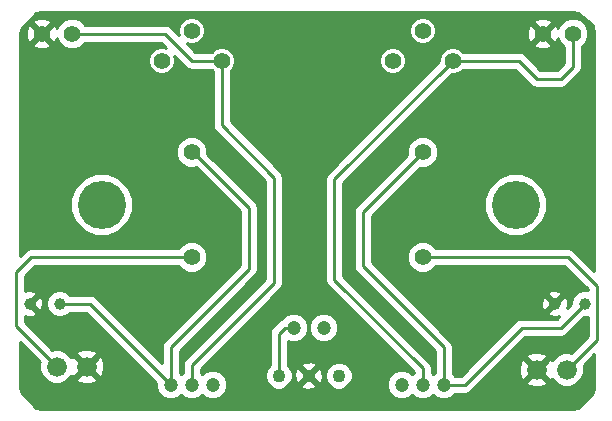
<source format=gtl>
G04 (created by PCBNEW (22-Jun-2014 BZR 4027)-stable) date Tue 12 Jul 2016 21:22:19 BST*
%MOIN*%
G04 Gerber Fmt 3.4, Leading zero omitted, Abs format*
%FSLAX34Y34*%
G01*
G70*
G90*
G04 APERTURE LIST*
%ADD10C,0.00590551*%
%ADD11C,0.055*%
%ADD12C,0.0433071*%
%ADD13C,0.16*%
%ADD14C,0.0472441*%
%ADD15C,0.066*%
%ADD16C,0.0393701*%
%ADD17C,0.0551181*%
%ADD18C,0.01*%
G04 APERTURE END LIST*
G54D10*
G54D11*
X116900Y-69500D03*
X117900Y-69500D03*
X100200Y-69500D03*
X101200Y-69500D03*
G54D12*
X109100Y-80900D03*
X108100Y-80900D03*
X110100Y-80900D03*
G54D13*
X102200Y-75200D03*
X116000Y-75200D03*
G54D14*
X108600Y-79300D03*
X109600Y-79300D03*
G54D11*
X105200Y-73450D03*
X105200Y-76950D03*
X112900Y-73450D03*
X112900Y-76950D03*
G54D15*
X100700Y-80600D03*
X101700Y-80600D03*
X117700Y-80700D03*
X116700Y-80700D03*
G54D16*
X117300Y-78500D03*
X118300Y-78500D03*
X99800Y-78500D03*
X100800Y-78500D03*
G54D14*
X112200Y-81200D03*
X112900Y-81200D03*
X113600Y-81200D03*
X105900Y-81200D03*
X105200Y-81200D03*
X104500Y-81200D03*
G54D17*
X111900Y-70400D03*
X112900Y-69400D03*
X113900Y-70400D03*
X104200Y-70400D03*
X105200Y-69400D03*
X106200Y-70400D03*
G54D18*
X112900Y-81200D02*
X112900Y-80650D01*
X112900Y-80650D02*
X109950Y-77700D01*
X117900Y-70600D02*
X117900Y-69500D01*
X117500Y-71000D02*
X117900Y-70600D01*
X116700Y-71000D02*
X117500Y-71000D01*
X109950Y-77700D02*
X109950Y-74350D01*
X116100Y-70400D02*
X116700Y-71000D01*
X109950Y-74350D02*
X113900Y-70400D01*
X113900Y-70400D02*
X116100Y-70400D01*
X108600Y-79300D02*
X108300Y-79300D01*
X108100Y-79500D02*
X108100Y-80900D01*
X108300Y-79300D02*
X108100Y-79500D01*
X106200Y-72550D02*
X106200Y-70400D01*
X107950Y-74300D02*
X106200Y-72550D01*
X107950Y-77800D02*
X107950Y-74300D01*
X106200Y-70400D02*
X105200Y-70400D01*
X105200Y-70400D02*
X104300Y-69500D01*
X105200Y-80550D02*
X107950Y-77800D01*
X105200Y-81200D02*
X105200Y-80550D01*
X104300Y-69500D02*
X101200Y-69500D01*
X105200Y-73450D02*
X105250Y-73450D01*
X104500Y-79950D02*
X104500Y-81200D01*
X107100Y-77350D02*
X104500Y-79950D01*
X107100Y-75300D02*
X107100Y-77350D01*
X105250Y-73450D02*
X107100Y-75300D01*
X100800Y-78500D02*
X101800Y-78500D01*
X101800Y-78500D02*
X104500Y-81200D01*
X105200Y-76950D02*
X99850Y-76950D01*
X99350Y-79250D02*
X100700Y-80600D01*
X99350Y-77450D02*
X99350Y-79250D01*
X99850Y-76950D02*
X99350Y-77450D01*
X112900Y-76950D02*
X117750Y-76950D01*
X117750Y-76950D02*
X118700Y-77900D01*
X118700Y-77900D02*
X118700Y-79700D01*
X118700Y-79700D02*
X117700Y-80700D01*
X113600Y-81200D02*
X113600Y-79950D01*
X110900Y-75450D02*
X112900Y-73450D01*
X110900Y-77250D02*
X110900Y-75450D01*
X113600Y-79950D02*
X110900Y-77250D01*
X113600Y-81200D02*
X114300Y-81200D01*
X117500Y-79300D02*
X118300Y-78500D01*
X116200Y-79300D02*
X117500Y-79300D01*
X114300Y-81200D02*
X116200Y-79300D01*
G54D10*
G36*
X118630Y-81271D02*
X118586Y-81492D01*
X118092Y-81987D01*
X117873Y-82030D01*
X117036Y-82030D01*
X117036Y-81107D01*
X116700Y-80770D01*
X116629Y-80841D01*
X116629Y-80700D01*
X116292Y-80363D01*
X116193Y-80394D01*
X116115Y-80611D01*
X116125Y-80841D01*
X116193Y-81005D01*
X116292Y-81036D01*
X116629Y-80700D01*
X116629Y-80841D01*
X116363Y-81107D01*
X116394Y-81206D01*
X116611Y-81284D01*
X116841Y-81274D01*
X117005Y-81206D01*
X117036Y-81107D01*
X117036Y-82030D01*
X110566Y-82030D01*
X110566Y-80807D01*
X110495Y-80636D01*
X110364Y-80504D01*
X110193Y-80433D01*
X110086Y-80433D01*
X110086Y-79203D01*
X110012Y-79024D01*
X109875Y-78888D01*
X109697Y-78813D01*
X109503Y-78813D01*
X109324Y-78887D01*
X109188Y-79024D01*
X109113Y-79202D01*
X109113Y-79396D01*
X109187Y-79575D01*
X109324Y-79711D01*
X109502Y-79786D01*
X109696Y-79786D01*
X109875Y-79712D01*
X110011Y-79575D01*
X110086Y-79397D01*
X110086Y-79203D01*
X110086Y-80433D01*
X110007Y-80433D01*
X109836Y-80504D01*
X109704Y-80635D01*
X109633Y-80806D01*
X109633Y-80992D01*
X109704Y-81163D01*
X109835Y-81295D01*
X110006Y-81366D01*
X110192Y-81366D01*
X110363Y-81295D01*
X110495Y-81164D01*
X110566Y-80993D01*
X110566Y-80807D01*
X110566Y-82030D01*
X109571Y-82030D01*
X109571Y-80961D01*
X109559Y-80776D01*
X109512Y-80662D01*
X109425Y-80645D01*
X109354Y-80716D01*
X109354Y-80574D01*
X109337Y-80487D01*
X109161Y-80428D01*
X109086Y-80433D01*
X109086Y-79203D01*
X109012Y-79024D01*
X108875Y-78888D01*
X108697Y-78813D01*
X108503Y-78813D01*
X108324Y-78887D01*
X108250Y-78962D01*
X108250Y-77800D01*
X108250Y-74300D01*
X108227Y-74185D01*
X108162Y-74087D01*
X108162Y-74087D01*
X106500Y-72425D01*
X106500Y-70731D01*
X106578Y-70653D01*
X106646Y-70489D01*
X106646Y-70311D01*
X106579Y-70147D01*
X106453Y-70021D01*
X106289Y-69953D01*
X106111Y-69953D01*
X105947Y-70020D01*
X105868Y-70100D01*
X105324Y-70100D01*
X105042Y-69818D01*
X105110Y-69846D01*
X105288Y-69846D01*
X105452Y-69779D01*
X105578Y-69653D01*
X105646Y-69489D01*
X105646Y-69311D01*
X105579Y-69147D01*
X105453Y-69021D01*
X105289Y-68953D01*
X105111Y-68953D01*
X104947Y-69020D01*
X104821Y-69146D01*
X104753Y-69310D01*
X104753Y-69488D01*
X104781Y-69557D01*
X104512Y-69287D01*
X104414Y-69222D01*
X104300Y-69200D01*
X101642Y-69200D01*
X101497Y-69055D01*
X101304Y-68975D01*
X101096Y-68974D01*
X100903Y-69054D01*
X100755Y-69202D01*
X100702Y-69328D01*
X100660Y-69227D01*
X100567Y-69202D01*
X100497Y-69273D01*
X100497Y-69132D01*
X100472Y-69039D01*
X100275Y-68970D01*
X100067Y-68981D01*
X99927Y-69039D01*
X99902Y-69132D01*
X100200Y-69429D01*
X100497Y-69132D01*
X100497Y-69273D01*
X100270Y-69500D01*
X100567Y-69797D01*
X100660Y-69772D01*
X100699Y-69662D01*
X100754Y-69797D01*
X100902Y-69944D01*
X101095Y-70024D01*
X101303Y-70025D01*
X101497Y-69945D01*
X101642Y-69800D01*
X104175Y-69800D01*
X104357Y-69981D01*
X104289Y-69953D01*
X104111Y-69953D01*
X103947Y-70020D01*
X103821Y-70146D01*
X103753Y-70310D01*
X103753Y-70488D01*
X103820Y-70652D01*
X103946Y-70778D01*
X104110Y-70846D01*
X104288Y-70846D01*
X104452Y-70779D01*
X104578Y-70653D01*
X104646Y-70489D01*
X104646Y-70311D01*
X104618Y-70242D01*
X104987Y-70612D01*
X104987Y-70612D01*
X105085Y-70677D01*
X105200Y-70700D01*
X105868Y-70700D01*
X105900Y-70731D01*
X105900Y-72550D01*
X105922Y-72664D01*
X105987Y-72762D01*
X107650Y-74424D01*
X107650Y-77675D01*
X104987Y-80337D01*
X104922Y-80435D01*
X104900Y-80550D01*
X104900Y-80812D01*
X104849Y-80862D01*
X104800Y-80812D01*
X104800Y-80074D01*
X107312Y-77562D01*
X107312Y-77562D01*
X107377Y-77464D01*
X107399Y-77350D01*
X107400Y-77350D01*
X107400Y-75300D01*
X107377Y-75185D01*
X107312Y-75087D01*
X107312Y-75087D01*
X105724Y-73500D01*
X105725Y-73346D01*
X105645Y-73153D01*
X105497Y-73005D01*
X105304Y-72925D01*
X105096Y-72924D01*
X104903Y-73004D01*
X104755Y-73152D01*
X104675Y-73345D01*
X104674Y-73553D01*
X104754Y-73747D01*
X104902Y-73894D01*
X105095Y-73974D01*
X105303Y-73975D01*
X105337Y-73961D01*
X106800Y-75424D01*
X106800Y-77225D01*
X104287Y-79737D01*
X104222Y-79835D01*
X104200Y-79950D01*
X104200Y-80475D01*
X102012Y-78287D01*
X101914Y-78222D01*
X101800Y-78200D01*
X101131Y-78200D01*
X101053Y-78121D01*
X100889Y-78053D01*
X100711Y-78053D01*
X100547Y-78120D01*
X100421Y-78246D01*
X100353Y-78410D01*
X100353Y-78588D01*
X100420Y-78752D01*
X100546Y-78878D01*
X100710Y-78946D01*
X100888Y-78946D01*
X101052Y-78879D01*
X101131Y-78800D01*
X101675Y-78800D01*
X104013Y-81138D01*
X104013Y-81296D01*
X104087Y-81475D01*
X104224Y-81611D01*
X104402Y-81686D01*
X104596Y-81686D01*
X104775Y-81612D01*
X104850Y-81537D01*
X104924Y-81611D01*
X105102Y-81686D01*
X105296Y-81686D01*
X105475Y-81612D01*
X105550Y-81537D01*
X105624Y-81611D01*
X105802Y-81686D01*
X105996Y-81686D01*
X106175Y-81612D01*
X106311Y-81475D01*
X106386Y-81297D01*
X106386Y-81103D01*
X106312Y-80924D01*
X106175Y-80788D01*
X105997Y-80713D01*
X105803Y-80713D01*
X105624Y-80787D01*
X105549Y-80862D01*
X105500Y-80812D01*
X105500Y-80674D01*
X108162Y-78012D01*
X108162Y-78012D01*
X108227Y-77914D01*
X108249Y-77800D01*
X108250Y-77800D01*
X108250Y-78962D01*
X108190Y-79021D01*
X108185Y-79022D01*
X108087Y-79087D01*
X107887Y-79287D01*
X107822Y-79385D01*
X107800Y-79500D01*
X107800Y-80540D01*
X107704Y-80635D01*
X107633Y-80806D01*
X107633Y-80992D01*
X107704Y-81163D01*
X107835Y-81295D01*
X108006Y-81366D01*
X108192Y-81366D01*
X108363Y-81295D01*
X108495Y-81164D01*
X108566Y-80993D01*
X108566Y-80807D01*
X108495Y-80636D01*
X108400Y-80540D01*
X108400Y-79743D01*
X108502Y-79786D01*
X108696Y-79786D01*
X108875Y-79712D01*
X109011Y-79575D01*
X109086Y-79397D01*
X109086Y-79203D01*
X109086Y-80433D01*
X108976Y-80440D01*
X108862Y-80487D01*
X108845Y-80574D01*
X109100Y-80829D01*
X109354Y-80574D01*
X109354Y-80716D01*
X109170Y-80900D01*
X109425Y-81154D01*
X109512Y-81137D01*
X109571Y-80961D01*
X109571Y-82030D01*
X109354Y-82030D01*
X109354Y-81225D01*
X109100Y-80970D01*
X109029Y-81041D01*
X109029Y-80900D01*
X108774Y-80645D01*
X108687Y-80662D01*
X108628Y-80838D01*
X108640Y-81023D01*
X108687Y-81137D01*
X108774Y-81154D01*
X109029Y-80900D01*
X109029Y-81041D01*
X108845Y-81225D01*
X108862Y-81312D01*
X109038Y-81371D01*
X109223Y-81359D01*
X109337Y-81312D01*
X109354Y-81225D01*
X109354Y-82030D01*
X102284Y-82030D01*
X102284Y-80688D01*
X102274Y-80458D01*
X102206Y-80294D01*
X102107Y-80263D01*
X102036Y-80333D01*
X102036Y-80192D01*
X102005Y-80093D01*
X101788Y-80015D01*
X101558Y-80025D01*
X101394Y-80093D01*
X101363Y-80192D01*
X101700Y-80529D01*
X102036Y-80192D01*
X102036Y-80333D01*
X101770Y-80600D01*
X102107Y-80936D01*
X102206Y-80905D01*
X102284Y-80688D01*
X102284Y-82030D01*
X102036Y-82030D01*
X102036Y-81007D01*
X101700Y-80670D01*
X101363Y-81007D01*
X101394Y-81106D01*
X101611Y-81184D01*
X101841Y-81174D01*
X102005Y-81106D01*
X102036Y-81007D01*
X102036Y-82030D01*
X100228Y-82030D01*
X100019Y-81988D01*
X99503Y-81442D01*
X99469Y-81273D01*
X99469Y-79793D01*
X100131Y-80456D01*
X100120Y-80484D01*
X100119Y-80714D01*
X100208Y-80928D01*
X100371Y-81091D01*
X100584Y-81179D01*
X100814Y-81180D01*
X101028Y-81091D01*
X101191Y-80928D01*
X101200Y-80907D01*
X101292Y-80936D01*
X101629Y-80600D01*
X101292Y-80263D01*
X101200Y-80292D01*
X101191Y-80271D01*
X101028Y-80108D01*
X100815Y-80020D01*
X100585Y-80019D01*
X100556Y-80031D01*
X100252Y-79727D01*
X100252Y-78557D01*
X100239Y-78379D01*
X100195Y-78274D01*
X100111Y-78259D01*
X99870Y-78500D01*
X100111Y-78740D01*
X100195Y-78725D01*
X100252Y-78557D01*
X100252Y-79727D01*
X99650Y-79125D01*
X99650Y-78921D01*
X99742Y-78952D01*
X99920Y-78939D01*
X100025Y-78895D01*
X100040Y-78811D01*
X99800Y-78570D01*
X99794Y-78576D01*
X99723Y-78505D01*
X99729Y-78500D01*
X99723Y-78494D01*
X99794Y-78423D01*
X99800Y-78429D01*
X100040Y-78188D01*
X100025Y-78104D01*
X99857Y-78047D01*
X99679Y-78060D01*
X99650Y-78072D01*
X99650Y-77574D01*
X99974Y-77250D01*
X104757Y-77250D01*
X104902Y-77394D01*
X105095Y-77474D01*
X105303Y-77475D01*
X105497Y-77395D01*
X105644Y-77247D01*
X105724Y-77054D01*
X105725Y-76846D01*
X105645Y-76653D01*
X105497Y-76505D01*
X105304Y-76425D01*
X105096Y-76424D01*
X104903Y-76504D01*
X104757Y-76650D01*
X103250Y-76650D01*
X103250Y-74992D01*
X103090Y-74606D01*
X102795Y-74310D01*
X102409Y-74150D01*
X101992Y-74149D01*
X101606Y-74309D01*
X101310Y-74604D01*
X101150Y-74990D01*
X101149Y-75407D01*
X101309Y-75794D01*
X101604Y-76089D01*
X101990Y-76249D01*
X102407Y-76250D01*
X102794Y-76090D01*
X103089Y-75795D01*
X103249Y-75409D01*
X103250Y-74992D01*
X103250Y-76650D01*
X100497Y-76650D01*
X100497Y-69867D01*
X100200Y-69570D01*
X100129Y-69641D01*
X100129Y-69500D01*
X99832Y-69202D01*
X99739Y-69227D01*
X99670Y-69424D01*
X99681Y-69632D01*
X99739Y-69772D01*
X99832Y-69797D01*
X100129Y-69500D01*
X100129Y-69641D01*
X99902Y-69867D01*
X99927Y-69960D01*
X100124Y-70029D01*
X100332Y-70018D01*
X100472Y-69960D01*
X100497Y-69867D01*
X100497Y-76650D01*
X99850Y-76650D01*
X99735Y-76672D01*
X99637Y-76737D01*
X99469Y-76906D01*
X99469Y-69526D01*
X99503Y-69357D01*
X100019Y-68811D01*
X100228Y-68769D01*
X117873Y-68769D01*
X118072Y-68809D01*
X118569Y-69223D01*
X118630Y-69528D01*
X118630Y-77406D01*
X117962Y-76737D01*
X117864Y-76672D01*
X117750Y-76650D01*
X117050Y-76650D01*
X117050Y-74992D01*
X116890Y-74606D01*
X116595Y-74310D01*
X116209Y-74150D01*
X115792Y-74149D01*
X115406Y-74309D01*
X115110Y-74604D01*
X114950Y-74990D01*
X114949Y-75407D01*
X115109Y-75794D01*
X115404Y-76089D01*
X115790Y-76249D01*
X116207Y-76250D01*
X116594Y-76090D01*
X116889Y-75795D01*
X117049Y-75409D01*
X117050Y-74992D01*
X117050Y-76650D01*
X113342Y-76650D01*
X113197Y-76505D01*
X113004Y-76425D01*
X112796Y-76424D01*
X112603Y-76504D01*
X112455Y-76652D01*
X112375Y-76845D01*
X112374Y-77053D01*
X112454Y-77247D01*
X112602Y-77394D01*
X112795Y-77474D01*
X113003Y-77475D01*
X113197Y-77395D01*
X113342Y-77250D01*
X117625Y-77250D01*
X118400Y-78024D01*
X118400Y-78057D01*
X118389Y-78053D01*
X118211Y-78053D01*
X118047Y-78120D01*
X117921Y-78246D01*
X117853Y-78410D01*
X117853Y-78522D01*
X117718Y-78657D01*
X117752Y-78557D01*
X117739Y-78379D01*
X117695Y-78274D01*
X117611Y-78259D01*
X117540Y-78330D01*
X117540Y-78188D01*
X117525Y-78104D01*
X117357Y-78047D01*
X117179Y-78060D01*
X117074Y-78104D01*
X117059Y-78188D01*
X117300Y-78429D01*
X117540Y-78188D01*
X117540Y-78330D01*
X117370Y-78500D01*
X117376Y-78505D01*
X117305Y-78576D01*
X117300Y-78570D01*
X117229Y-78641D01*
X117229Y-78500D01*
X116988Y-78259D01*
X116904Y-78274D01*
X116847Y-78442D01*
X116860Y-78620D01*
X116904Y-78725D01*
X116988Y-78740D01*
X117229Y-78500D01*
X117229Y-78641D01*
X117059Y-78811D01*
X117074Y-78895D01*
X117242Y-78952D01*
X117420Y-78939D01*
X117447Y-78928D01*
X117375Y-79000D01*
X116200Y-79000D01*
X116085Y-79022D01*
X115987Y-79087D01*
X114175Y-80900D01*
X113987Y-80900D01*
X113900Y-80812D01*
X113900Y-79950D01*
X113877Y-79835D01*
X113812Y-79737D01*
X113812Y-79737D01*
X111200Y-77125D01*
X111200Y-75574D01*
X112799Y-73974D01*
X113003Y-73975D01*
X113197Y-73895D01*
X113344Y-73747D01*
X113424Y-73554D01*
X113425Y-73346D01*
X113345Y-73153D01*
X113197Y-73005D01*
X113004Y-72925D01*
X112796Y-72924D01*
X112603Y-73004D01*
X112455Y-73152D01*
X112375Y-73345D01*
X112374Y-73550D01*
X110687Y-75237D01*
X110622Y-75335D01*
X110600Y-75450D01*
X110600Y-77250D01*
X110622Y-77364D01*
X110687Y-77462D01*
X113300Y-80074D01*
X113300Y-80812D01*
X113249Y-80862D01*
X113200Y-80812D01*
X113200Y-80650D01*
X113177Y-80535D01*
X113112Y-80437D01*
X113112Y-80437D01*
X110250Y-77575D01*
X110250Y-74474D01*
X113877Y-70846D01*
X113988Y-70846D01*
X114152Y-70779D01*
X114231Y-70700D01*
X115975Y-70700D01*
X116487Y-71212D01*
X116487Y-71212D01*
X116585Y-71277D01*
X116700Y-71300D01*
X117500Y-71300D01*
X117500Y-71299D01*
X117614Y-71277D01*
X117614Y-71277D01*
X117712Y-71212D01*
X118112Y-70812D01*
X118112Y-70812D01*
X118177Y-70714D01*
X118199Y-70600D01*
X118200Y-70600D01*
X118200Y-69942D01*
X118344Y-69797D01*
X118424Y-69604D01*
X118425Y-69396D01*
X118345Y-69203D01*
X118197Y-69055D01*
X118004Y-68975D01*
X117796Y-68974D01*
X117603Y-69054D01*
X117455Y-69202D01*
X117402Y-69328D01*
X117360Y-69227D01*
X117267Y-69202D01*
X117197Y-69273D01*
X117197Y-69132D01*
X117172Y-69039D01*
X116975Y-68970D01*
X116767Y-68981D01*
X116627Y-69039D01*
X116602Y-69132D01*
X116900Y-69429D01*
X117197Y-69132D01*
X117197Y-69273D01*
X116970Y-69500D01*
X117267Y-69797D01*
X117360Y-69772D01*
X117399Y-69662D01*
X117454Y-69797D01*
X117600Y-69942D01*
X117600Y-70475D01*
X117375Y-70700D01*
X117197Y-70700D01*
X117197Y-69867D01*
X116900Y-69570D01*
X116829Y-69641D01*
X116829Y-69500D01*
X116532Y-69202D01*
X116439Y-69227D01*
X116370Y-69424D01*
X116381Y-69632D01*
X116439Y-69772D01*
X116532Y-69797D01*
X116829Y-69500D01*
X116829Y-69641D01*
X116602Y-69867D01*
X116627Y-69960D01*
X116824Y-70029D01*
X117032Y-70018D01*
X117172Y-69960D01*
X117197Y-69867D01*
X117197Y-70700D01*
X116824Y-70700D01*
X116312Y-70187D01*
X116214Y-70122D01*
X116100Y-70100D01*
X114231Y-70100D01*
X114153Y-70021D01*
X113989Y-69953D01*
X113811Y-69953D01*
X113647Y-70020D01*
X113521Y-70146D01*
X113453Y-70310D01*
X113453Y-70422D01*
X113346Y-70528D01*
X113346Y-69311D01*
X113279Y-69147D01*
X113153Y-69021D01*
X112989Y-68953D01*
X112811Y-68953D01*
X112647Y-69020D01*
X112521Y-69146D01*
X112453Y-69310D01*
X112453Y-69488D01*
X112520Y-69652D01*
X112646Y-69778D01*
X112810Y-69846D01*
X112988Y-69846D01*
X113152Y-69779D01*
X113278Y-69653D01*
X113346Y-69489D01*
X113346Y-69311D01*
X113346Y-70528D01*
X112346Y-71528D01*
X112346Y-70311D01*
X112279Y-70147D01*
X112153Y-70021D01*
X111989Y-69953D01*
X111811Y-69953D01*
X111647Y-70020D01*
X111521Y-70146D01*
X111453Y-70310D01*
X111453Y-70488D01*
X111520Y-70652D01*
X111646Y-70778D01*
X111810Y-70846D01*
X111988Y-70846D01*
X112152Y-70779D01*
X112278Y-70653D01*
X112346Y-70489D01*
X112346Y-70311D01*
X112346Y-71528D01*
X109737Y-74137D01*
X109672Y-74235D01*
X109650Y-74350D01*
X109650Y-77700D01*
X109672Y-77814D01*
X109737Y-77912D01*
X112600Y-80774D01*
X112600Y-80812D01*
X112549Y-80862D01*
X112475Y-80788D01*
X112297Y-80713D01*
X112103Y-80713D01*
X111924Y-80787D01*
X111788Y-80924D01*
X111713Y-81102D01*
X111713Y-81296D01*
X111787Y-81475D01*
X111924Y-81611D01*
X112102Y-81686D01*
X112296Y-81686D01*
X112475Y-81612D01*
X112550Y-81537D01*
X112624Y-81611D01*
X112802Y-81686D01*
X112996Y-81686D01*
X113175Y-81612D01*
X113250Y-81537D01*
X113324Y-81611D01*
X113502Y-81686D01*
X113696Y-81686D01*
X113875Y-81612D01*
X113987Y-81500D01*
X114300Y-81500D01*
X114300Y-81499D01*
X114414Y-81477D01*
X114414Y-81477D01*
X114512Y-81412D01*
X116324Y-79600D01*
X117500Y-79600D01*
X117500Y-79599D01*
X117614Y-79577D01*
X117614Y-79577D01*
X117712Y-79512D01*
X118277Y-78946D01*
X118388Y-78946D01*
X118400Y-78942D01*
X118400Y-79575D01*
X117843Y-80131D01*
X117815Y-80120D01*
X117585Y-80119D01*
X117371Y-80208D01*
X117208Y-80371D01*
X117199Y-80392D01*
X117107Y-80363D01*
X117036Y-80433D01*
X117036Y-80292D01*
X117005Y-80193D01*
X116788Y-80115D01*
X116558Y-80125D01*
X116394Y-80193D01*
X116363Y-80292D01*
X116700Y-80629D01*
X117036Y-80292D01*
X117036Y-80433D01*
X116770Y-80700D01*
X117107Y-81036D01*
X117199Y-81007D01*
X117208Y-81028D01*
X117371Y-81191D01*
X117584Y-81279D01*
X117814Y-81280D01*
X118028Y-81191D01*
X118191Y-81028D01*
X118279Y-80815D01*
X118280Y-80585D01*
X118268Y-80556D01*
X118630Y-80193D01*
X118630Y-81271D01*
X118630Y-81271D01*
G37*
G54D18*
X118630Y-81271D02*
X118586Y-81492D01*
X118092Y-81987D01*
X117873Y-82030D01*
X117036Y-82030D01*
X117036Y-81107D01*
X116700Y-80770D01*
X116629Y-80841D01*
X116629Y-80700D01*
X116292Y-80363D01*
X116193Y-80394D01*
X116115Y-80611D01*
X116125Y-80841D01*
X116193Y-81005D01*
X116292Y-81036D01*
X116629Y-80700D01*
X116629Y-80841D01*
X116363Y-81107D01*
X116394Y-81206D01*
X116611Y-81284D01*
X116841Y-81274D01*
X117005Y-81206D01*
X117036Y-81107D01*
X117036Y-82030D01*
X110566Y-82030D01*
X110566Y-80807D01*
X110495Y-80636D01*
X110364Y-80504D01*
X110193Y-80433D01*
X110086Y-80433D01*
X110086Y-79203D01*
X110012Y-79024D01*
X109875Y-78888D01*
X109697Y-78813D01*
X109503Y-78813D01*
X109324Y-78887D01*
X109188Y-79024D01*
X109113Y-79202D01*
X109113Y-79396D01*
X109187Y-79575D01*
X109324Y-79711D01*
X109502Y-79786D01*
X109696Y-79786D01*
X109875Y-79712D01*
X110011Y-79575D01*
X110086Y-79397D01*
X110086Y-79203D01*
X110086Y-80433D01*
X110007Y-80433D01*
X109836Y-80504D01*
X109704Y-80635D01*
X109633Y-80806D01*
X109633Y-80992D01*
X109704Y-81163D01*
X109835Y-81295D01*
X110006Y-81366D01*
X110192Y-81366D01*
X110363Y-81295D01*
X110495Y-81164D01*
X110566Y-80993D01*
X110566Y-80807D01*
X110566Y-82030D01*
X109571Y-82030D01*
X109571Y-80961D01*
X109559Y-80776D01*
X109512Y-80662D01*
X109425Y-80645D01*
X109354Y-80716D01*
X109354Y-80574D01*
X109337Y-80487D01*
X109161Y-80428D01*
X109086Y-80433D01*
X109086Y-79203D01*
X109012Y-79024D01*
X108875Y-78888D01*
X108697Y-78813D01*
X108503Y-78813D01*
X108324Y-78887D01*
X108250Y-78962D01*
X108250Y-77800D01*
X108250Y-74300D01*
X108227Y-74185D01*
X108162Y-74087D01*
X108162Y-74087D01*
X106500Y-72425D01*
X106500Y-70731D01*
X106578Y-70653D01*
X106646Y-70489D01*
X106646Y-70311D01*
X106579Y-70147D01*
X106453Y-70021D01*
X106289Y-69953D01*
X106111Y-69953D01*
X105947Y-70020D01*
X105868Y-70100D01*
X105324Y-70100D01*
X105042Y-69818D01*
X105110Y-69846D01*
X105288Y-69846D01*
X105452Y-69779D01*
X105578Y-69653D01*
X105646Y-69489D01*
X105646Y-69311D01*
X105579Y-69147D01*
X105453Y-69021D01*
X105289Y-68953D01*
X105111Y-68953D01*
X104947Y-69020D01*
X104821Y-69146D01*
X104753Y-69310D01*
X104753Y-69488D01*
X104781Y-69557D01*
X104512Y-69287D01*
X104414Y-69222D01*
X104300Y-69200D01*
X101642Y-69200D01*
X101497Y-69055D01*
X101304Y-68975D01*
X101096Y-68974D01*
X100903Y-69054D01*
X100755Y-69202D01*
X100702Y-69328D01*
X100660Y-69227D01*
X100567Y-69202D01*
X100497Y-69273D01*
X100497Y-69132D01*
X100472Y-69039D01*
X100275Y-68970D01*
X100067Y-68981D01*
X99927Y-69039D01*
X99902Y-69132D01*
X100200Y-69429D01*
X100497Y-69132D01*
X100497Y-69273D01*
X100270Y-69500D01*
X100567Y-69797D01*
X100660Y-69772D01*
X100699Y-69662D01*
X100754Y-69797D01*
X100902Y-69944D01*
X101095Y-70024D01*
X101303Y-70025D01*
X101497Y-69945D01*
X101642Y-69800D01*
X104175Y-69800D01*
X104357Y-69981D01*
X104289Y-69953D01*
X104111Y-69953D01*
X103947Y-70020D01*
X103821Y-70146D01*
X103753Y-70310D01*
X103753Y-70488D01*
X103820Y-70652D01*
X103946Y-70778D01*
X104110Y-70846D01*
X104288Y-70846D01*
X104452Y-70779D01*
X104578Y-70653D01*
X104646Y-70489D01*
X104646Y-70311D01*
X104618Y-70242D01*
X104987Y-70612D01*
X104987Y-70612D01*
X105085Y-70677D01*
X105200Y-70700D01*
X105868Y-70700D01*
X105900Y-70731D01*
X105900Y-72550D01*
X105922Y-72664D01*
X105987Y-72762D01*
X107650Y-74424D01*
X107650Y-77675D01*
X104987Y-80337D01*
X104922Y-80435D01*
X104900Y-80550D01*
X104900Y-80812D01*
X104849Y-80862D01*
X104800Y-80812D01*
X104800Y-80074D01*
X107312Y-77562D01*
X107312Y-77562D01*
X107377Y-77464D01*
X107399Y-77350D01*
X107400Y-77350D01*
X107400Y-75300D01*
X107377Y-75185D01*
X107312Y-75087D01*
X107312Y-75087D01*
X105724Y-73500D01*
X105725Y-73346D01*
X105645Y-73153D01*
X105497Y-73005D01*
X105304Y-72925D01*
X105096Y-72924D01*
X104903Y-73004D01*
X104755Y-73152D01*
X104675Y-73345D01*
X104674Y-73553D01*
X104754Y-73747D01*
X104902Y-73894D01*
X105095Y-73974D01*
X105303Y-73975D01*
X105337Y-73961D01*
X106800Y-75424D01*
X106800Y-77225D01*
X104287Y-79737D01*
X104222Y-79835D01*
X104200Y-79950D01*
X104200Y-80475D01*
X102012Y-78287D01*
X101914Y-78222D01*
X101800Y-78200D01*
X101131Y-78200D01*
X101053Y-78121D01*
X100889Y-78053D01*
X100711Y-78053D01*
X100547Y-78120D01*
X100421Y-78246D01*
X100353Y-78410D01*
X100353Y-78588D01*
X100420Y-78752D01*
X100546Y-78878D01*
X100710Y-78946D01*
X100888Y-78946D01*
X101052Y-78879D01*
X101131Y-78800D01*
X101675Y-78800D01*
X104013Y-81138D01*
X104013Y-81296D01*
X104087Y-81475D01*
X104224Y-81611D01*
X104402Y-81686D01*
X104596Y-81686D01*
X104775Y-81612D01*
X104850Y-81537D01*
X104924Y-81611D01*
X105102Y-81686D01*
X105296Y-81686D01*
X105475Y-81612D01*
X105550Y-81537D01*
X105624Y-81611D01*
X105802Y-81686D01*
X105996Y-81686D01*
X106175Y-81612D01*
X106311Y-81475D01*
X106386Y-81297D01*
X106386Y-81103D01*
X106312Y-80924D01*
X106175Y-80788D01*
X105997Y-80713D01*
X105803Y-80713D01*
X105624Y-80787D01*
X105549Y-80862D01*
X105500Y-80812D01*
X105500Y-80674D01*
X108162Y-78012D01*
X108162Y-78012D01*
X108227Y-77914D01*
X108249Y-77800D01*
X108250Y-77800D01*
X108250Y-78962D01*
X108190Y-79021D01*
X108185Y-79022D01*
X108087Y-79087D01*
X107887Y-79287D01*
X107822Y-79385D01*
X107800Y-79500D01*
X107800Y-80540D01*
X107704Y-80635D01*
X107633Y-80806D01*
X107633Y-80992D01*
X107704Y-81163D01*
X107835Y-81295D01*
X108006Y-81366D01*
X108192Y-81366D01*
X108363Y-81295D01*
X108495Y-81164D01*
X108566Y-80993D01*
X108566Y-80807D01*
X108495Y-80636D01*
X108400Y-80540D01*
X108400Y-79743D01*
X108502Y-79786D01*
X108696Y-79786D01*
X108875Y-79712D01*
X109011Y-79575D01*
X109086Y-79397D01*
X109086Y-79203D01*
X109086Y-80433D01*
X108976Y-80440D01*
X108862Y-80487D01*
X108845Y-80574D01*
X109100Y-80829D01*
X109354Y-80574D01*
X109354Y-80716D01*
X109170Y-80900D01*
X109425Y-81154D01*
X109512Y-81137D01*
X109571Y-80961D01*
X109571Y-82030D01*
X109354Y-82030D01*
X109354Y-81225D01*
X109100Y-80970D01*
X109029Y-81041D01*
X109029Y-80900D01*
X108774Y-80645D01*
X108687Y-80662D01*
X108628Y-80838D01*
X108640Y-81023D01*
X108687Y-81137D01*
X108774Y-81154D01*
X109029Y-80900D01*
X109029Y-81041D01*
X108845Y-81225D01*
X108862Y-81312D01*
X109038Y-81371D01*
X109223Y-81359D01*
X109337Y-81312D01*
X109354Y-81225D01*
X109354Y-82030D01*
X102284Y-82030D01*
X102284Y-80688D01*
X102274Y-80458D01*
X102206Y-80294D01*
X102107Y-80263D01*
X102036Y-80333D01*
X102036Y-80192D01*
X102005Y-80093D01*
X101788Y-80015D01*
X101558Y-80025D01*
X101394Y-80093D01*
X101363Y-80192D01*
X101700Y-80529D01*
X102036Y-80192D01*
X102036Y-80333D01*
X101770Y-80600D01*
X102107Y-80936D01*
X102206Y-80905D01*
X102284Y-80688D01*
X102284Y-82030D01*
X102036Y-82030D01*
X102036Y-81007D01*
X101700Y-80670D01*
X101363Y-81007D01*
X101394Y-81106D01*
X101611Y-81184D01*
X101841Y-81174D01*
X102005Y-81106D01*
X102036Y-81007D01*
X102036Y-82030D01*
X100228Y-82030D01*
X100019Y-81988D01*
X99503Y-81442D01*
X99469Y-81273D01*
X99469Y-79793D01*
X100131Y-80456D01*
X100120Y-80484D01*
X100119Y-80714D01*
X100208Y-80928D01*
X100371Y-81091D01*
X100584Y-81179D01*
X100814Y-81180D01*
X101028Y-81091D01*
X101191Y-80928D01*
X101200Y-80907D01*
X101292Y-80936D01*
X101629Y-80600D01*
X101292Y-80263D01*
X101200Y-80292D01*
X101191Y-80271D01*
X101028Y-80108D01*
X100815Y-80020D01*
X100585Y-80019D01*
X100556Y-80031D01*
X100252Y-79727D01*
X100252Y-78557D01*
X100239Y-78379D01*
X100195Y-78274D01*
X100111Y-78259D01*
X99870Y-78500D01*
X100111Y-78740D01*
X100195Y-78725D01*
X100252Y-78557D01*
X100252Y-79727D01*
X99650Y-79125D01*
X99650Y-78921D01*
X99742Y-78952D01*
X99920Y-78939D01*
X100025Y-78895D01*
X100040Y-78811D01*
X99800Y-78570D01*
X99794Y-78576D01*
X99723Y-78505D01*
X99729Y-78500D01*
X99723Y-78494D01*
X99794Y-78423D01*
X99800Y-78429D01*
X100040Y-78188D01*
X100025Y-78104D01*
X99857Y-78047D01*
X99679Y-78060D01*
X99650Y-78072D01*
X99650Y-77574D01*
X99974Y-77250D01*
X104757Y-77250D01*
X104902Y-77394D01*
X105095Y-77474D01*
X105303Y-77475D01*
X105497Y-77395D01*
X105644Y-77247D01*
X105724Y-77054D01*
X105725Y-76846D01*
X105645Y-76653D01*
X105497Y-76505D01*
X105304Y-76425D01*
X105096Y-76424D01*
X104903Y-76504D01*
X104757Y-76650D01*
X103250Y-76650D01*
X103250Y-74992D01*
X103090Y-74606D01*
X102795Y-74310D01*
X102409Y-74150D01*
X101992Y-74149D01*
X101606Y-74309D01*
X101310Y-74604D01*
X101150Y-74990D01*
X101149Y-75407D01*
X101309Y-75794D01*
X101604Y-76089D01*
X101990Y-76249D01*
X102407Y-76250D01*
X102794Y-76090D01*
X103089Y-75795D01*
X103249Y-75409D01*
X103250Y-74992D01*
X103250Y-76650D01*
X100497Y-76650D01*
X100497Y-69867D01*
X100200Y-69570D01*
X100129Y-69641D01*
X100129Y-69500D01*
X99832Y-69202D01*
X99739Y-69227D01*
X99670Y-69424D01*
X99681Y-69632D01*
X99739Y-69772D01*
X99832Y-69797D01*
X100129Y-69500D01*
X100129Y-69641D01*
X99902Y-69867D01*
X99927Y-69960D01*
X100124Y-70029D01*
X100332Y-70018D01*
X100472Y-69960D01*
X100497Y-69867D01*
X100497Y-76650D01*
X99850Y-76650D01*
X99735Y-76672D01*
X99637Y-76737D01*
X99469Y-76906D01*
X99469Y-69526D01*
X99503Y-69357D01*
X100019Y-68811D01*
X100228Y-68769D01*
X117873Y-68769D01*
X118072Y-68809D01*
X118569Y-69223D01*
X118630Y-69528D01*
X118630Y-77406D01*
X117962Y-76737D01*
X117864Y-76672D01*
X117750Y-76650D01*
X117050Y-76650D01*
X117050Y-74992D01*
X116890Y-74606D01*
X116595Y-74310D01*
X116209Y-74150D01*
X115792Y-74149D01*
X115406Y-74309D01*
X115110Y-74604D01*
X114950Y-74990D01*
X114949Y-75407D01*
X115109Y-75794D01*
X115404Y-76089D01*
X115790Y-76249D01*
X116207Y-76250D01*
X116594Y-76090D01*
X116889Y-75795D01*
X117049Y-75409D01*
X117050Y-74992D01*
X117050Y-76650D01*
X113342Y-76650D01*
X113197Y-76505D01*
X113004Y-76425D01*
X112796Y-76424D01*
X112603Y-76504D01*
X112455Y-76652D01*
X112375Y-76845D01*
X112374Y-77053D01*
X112454Y-77247D01*
X112602Y-77394D01*
X112795Y-77474D01*
X113003Y-77475D01*
X113197Y-77395D01*
X113342Y-77250D01*
X117625Y-77250D01*
X118400Y-78024D01*
X118400Y-78057D01*
X118389Y-78053D01*
X118211Y-78053D01*
X118047Y-78120D01*
X117921Y-78246D01*
X117853Y-78410D01*
X117853Y-78522D01*
X117718Y-78657D01*
X117752Y-78557D01*
X117739Y-78379D01*
X117695Y-78274D01*
X117611Y-78259D01*
X117540Y-78330D01*
X117540Y-78188D01*
X117525Y-78104D01*
X117357Y-78047D01*
X117179Y-78060D01*
X117074Y-78104D01*
X117059Y-78188D01*
X117300Y-78429D01*
X117540Y-78188D01*
X117540Y-78330D01*
X117370Y-78500D01*
X117376Y-78505D01*
X117305Y-78576D01*
X117300Y-78570D01*
X117229Y-78641D01*
X117229Y-78500D01*
X116988Y-78259D01*
X116904Y-78274D01*
X116847Y-78442D01*
X116860Y-78620D01*
X116904Y-78725D01*
X116988Y-78740D01*
X117229Y-78500D01*
X117229Y-78641D01*
X117059Y-78811D01*
X117074Y-78895D01*
X117242Y-78952D01*
X117420Y-78939D01*
X117447Y-78928D01*
X117375Y-79000D01*
X116200Y-79000D01*
X116085Y-79022D01*
X115987Y-79087D01*
X114175Y-80900D01*
X113987Y-80900D01*
X113900Y-80812D01*
X113900Y-79950D01*
X113877Y-79835D01*
X113812Y-79737D01*
X113812Y-79737D01*
X111200Y-77125D01*
X111200Y-75574D01*
X112799Y-73974D01*
X113003Y-73975D01*
X113197Y-73895D01*
X113344Y-73747D01*
X113424Y-73554D01*
X113425Y-73346D01*
X113345Y-73153D01*
X113197Y-73005D01*
X113004Y-72925D01*
X112796Y-72924D01*
X112603Y-73004D01*
X112455Y-73152D01*
X112375Y-73345D01*
X112374Y-73550D01*
X110687Y-75237D01*
X110622Y-75335D01*
X110600Y-75450D01*
X110600Y-77250D01*
X110622Y-77364D01*
X110687Y-77462D01*
X113300Y-80074D01*
X113300Y-80812D01*
X113249Y-80862D01*
X113200Y-80812D01*
X113200Y-80650D01*
X113177Y-80535D01*
X113112Y-80437D01*
X113112Y-80437D01*
X110250Y-77575D01*
X110250Y-74474D01*
X113877Y-70846D01*
X113988Y-70846D01*
X114152Y-70779D01*
X114231Y-70700D01*
X115975Y-70700D01*
X116487Y-71212D01*
X116487Y-71212D01*
X116585Y-71277D01*
X116700Y-71300D01*
X117500Y-71300D01*
X117500Y-71299D01*
X117614Y-71277D01*
X117614Y-71277D01*
X117712Y-71212D01*
X118112Y-70812D01*
X118112Y-70812D01*
X118177Y-70714D01*
X118199Y-70600D01*
X118200Y-70600D01*
X118200Y-69942D01*
X118344Y-69797D01*
X118424Y-69604D01*
X118425Y-69396D01*
X118345Y-69203D01*
X118197Y-69055D01*
X118004Y-68975D01*
X117796Y-68974D01*
X117603Y-69054D01*
X117455Y-69202D01*
X117402Y-69328D01*
X117360Y-69227D01*
X117267Y-69202D01*
X117197Y-69273D01*
X117197Y-69132D01*
X117172Y-69039D01*
X116975Y-68970D01*
X116767Y-68981D01*
X116627Y-69039D01*
X116602Y-69132D01*
X116900Y-69429D01*
X117197Y-69132D01*
X117197Y-69273D01*
X116970Y-69500D01*
X117267Y-69797D01*
X117360Y-69772D01*
X117399Y-69662D01*
X117454Y-69797D01*
X117600Y-69942D01*
X117600Y-70475D01*
X117375Y-70700D01*
X117197Y-70700D01*
X117197Y-69867D01*
X116900Y-69570D01*
X116829Y-69641D01*
X116829Y-69500D01*
X116532Y-69202D01*
X116439Y-69227D01*
X116370Y-69424D01*
X116381Y-69632D01*
X116439Y-69772D01*
X116532Y-69797D01*
X116829Y-69500D01*
X116829Y-69641D01*
X116602Y-69867D01*
X116627Y-69960D01*
X116824Y-70029D01*
X117032Y-70018D01*
X117172Y-69960D01*
X117197Y-69867D01*
X117197Y-70700D01*
X116824Y-70700D01*
X116312Y-70187D01*
X116214Y-70122D01*
X116100Y-70100D01*
X114231Y-70100D01*
X114153Y-70021D01*
X113989Y-69953D01*
X113811Y-69953D01*
X113647Y-70020D01*
X113521Y-70146D01*
X113453Y-70310D01*
X113453Y-70422D01*
X113346Y-70528D01*
X113346Y-69311D01*
X113279Y-69147D01*
X113153Y-69021D01*
X112989Y-68953D01*
X112811Y-68953D01*
X112647Y-69020D01*
X112521Y-69146D01*
X112453Y-69310D01*
X112453Y-69488D01*
X112520Y-69652D01*
X112646Y-69778D01*
X112810Y-69846D01*
X112988Y-69846D01*
X113152Y-69779D01*
X113278Y-69653D01*
X113346Y-69489D01*
X113346Y-69311D01*
X113346Y-70528D01*
X112346Y-71528D01*
X112346Y-70311D01*
X112279Y-70147D01*
X112153Y-70021D01*
X111989Y-69953D01*
X111811Y-69953D01*
X111647Y-70020D01*
X111521Y-70146D01*
X111453Y-70310D01*
X111453Y-70488D01*
X111520Y-70652D01*
X111646Y-70778D01*
X111810Y-70846D01*
X111988Y-70846D01*
X112152Y-70779D01*
X112278Y-70653D01*
X112346Y-70489D01*
X112346Y-70311D01*
X112346Y-71528D01*
X109737Y-74137D01*
X109672Y-74235D01*
X109650Y-74350D01*
X109650Y-77700D01*
X109672Y-77814D01*
X109737Y-77912D01*
X112600Y-80774D01*
X112600Y-80812D01*
X112549Y-80862D01*
X112475Y-80788D01*
X112297Y-80713D01*
X112103Y-80713D01*
X111924Y-80787D01*
X111788Y-80924D01*
X111713Y-81102D01*
X111713Y-81296D01*
X111787Y-81475D01*
X111924Y-81611D01*
X112102Y-81686D01*
X112296Y-81686D01*
X112475Y-81612D01*
X112550Y-81537D01*
X112624Y-81611D01*
X112802Y-81686D01*
X112996Y-81686D01*
X113175Y-81612D01*
X113250Y-81537D01*
X113324Y-81611D01*
X113502Y-81686D01*
X113696Y-81686D01*
X113875Y-81612D01*
X113987Y-81500D01*
X114300Y-81500D01*
X114300Y-81499D01*
X114414Y-81477D01*
X114414Y-81477D01*
X114512Y-81412D01*
X116324Y-79600D01*
X117500Y-79600D01*
X117500Y-79599D01*
X117614Y-79577D01*
X117614Y-79577D01*
X117712Y-79512D01*
X118277Y-78946D01*
X118388Y-78946D01*
X118400Y-78942D01*
X118400Y-79575D01*
X117843Y-80131D01*
X117815Y-80120D01*
X117585Y-80119D01*
X117371Y-80208D01*
X117208Y-80371D01*
X117199Y-80392D01*
X117107Y-80363D01*
X117036Y-80433D01*
X117036Y-80292D01*
X117005Y-80193D01*
X116788Y-80115D01*
X116558Y-80125D01*
X116394Y-80193D01*
X116363Y-80292D01*
X116700Y-80629D01*
X117036Y-80292D01*
X117036Y-80433D01*
X116770Y-80700D01*
X117107Y-81036D01*
X117199Y-81007D01*
X117208Y-81028D01*
X117371Y-81191D01*
X117584Y-81279D01*
X117814Y-81280D01*
X118028Y-81191D01*
X118191Y-81028D01*
X118279Y-80815D01*
X118280Y-80585D01*
X118268Y-80556D01*
X118630Y-80193D01*
X118630Y-81271D01*
M02*

</source>
